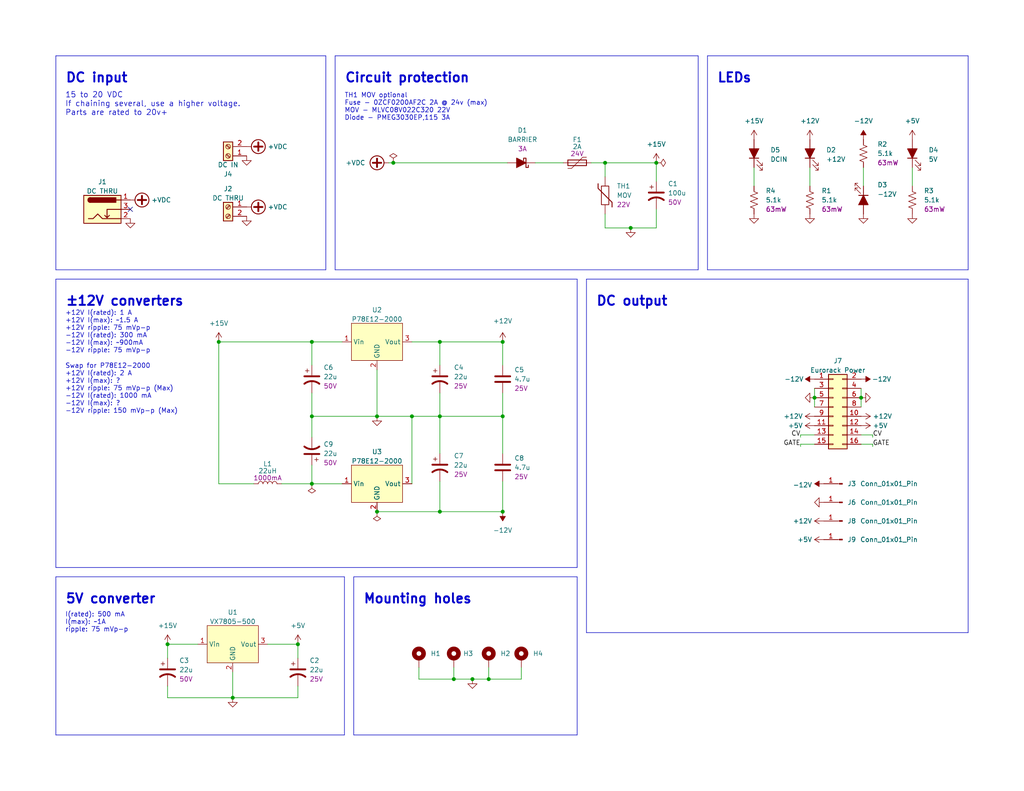
<source format=kicad_sch>
(kicad_sch (version 20230121) (generator eeschema)
  (paper "USLetter")
  (title_block (title "Cornucopia") (date "2024-02-02") (rev "v1") (company "Divergent Waves") (comment 1 "Alethea Flowers, Tom Carlson") (comment 2 "CERN-OHL-P V2"))
  (lib_symbols
    (symbol "Connector:Barrel_Jack_Switch" (pin_names hide)
      (property "Reference" "J" (at 0 5.334 0))
      (property "Value" "Barrel_Jack_Switch" (at 0 -5.08 0))
      (symbol "Barrel_Jack_Switch_0_1"
        (rectangle (start -5.08 3.81) (end 5.08 -3.81) (stroke (width 0.254)) (fill (type background)))
        (arc (start -3.302 3.175) (mid -3.9343 2.54) (end -3.302 1.905) (stroke (width 0.254)))
        (arc (start -3.302 3.175) (mid -3.9343 2.54) (end -3.302 1.905) (stroke (width 0.254)) (fill (type outline)))
        (polyline (pts (xy 1.27 -2.286) (xy 1.905 -1.651)) (stroke (width 0.254)))
        (polyline (pts (xy 5.08 2.54) (xy 3.81 2.54)) (stroke (width 0.254)))
        (polyline (pts (xy 5.08 0) (xy 1.27 0) (xy 1.27 -2.286) (xy 0.635 -1.651)) (stroke (width 0.254)))
        (polyline (pts (xy -3.81 -2.54) (xy -2.54 -2.54) (xy -1.27 -1.27) (xy 0 -2.54) (xy 2.54 -2.54) (xy 5.08 -2.54)) (stroke (width 0.254)))
        (rectangle (start 3.683 3.175) (end -3.302 1.905) (stroke (width 0.254)) (fill (type outline)))
      )
      (symbol "Barrel_Jack_Switch_1_1"
        (pin passive line (at 7.62 2.54 180) (length 2.54) (name "~") (number "1"))
        (pin passive line (at 7.62 -2.54 180) (length 2.54) (name "~") (number "2"))
        (pin passive line (at 7.62 0 180) (length 2.54) (name "~") (number "3"))
      )
    )
    (symbol "Connector:Conn_01x01_Pin" (pin_names (offset 1.016) hide)
      (property "Reference" "J" (at 0 2.54 0))
      (property "Value" "Conn_01x01_Pin" (at 0 -2.54 0))
      (symbol "Conn_01x01_Pin_1_1"
        (polyline (pts (xy 1.27 0) (xy 0.8636 0)) (stroke (width 0.1524)))
        (rectangle (start 0.8636 0.127) (end 0 -0.127) (stroke (width 0.1524)) (fill (type outline)))
        (pin passive line (at 5.08 0 180) (length 3.81) (name "Pin_1") (number "1"))
      )
    )
    (symbol "Connector:Screw_Terminal_01x02" (pin_names (offset 1.016) hide)
      (property "Reference" "J" (at 0 2.54 0))
      (property "Value" "Screw_Terminal_01x02" (at 0 -5.08 0))
      (symbol "Screw_Terminal_01x02_1_1"
        (rectangle (start -1.27 1.27) (end 1.27 -3.81) (stroke (width 0.254)) (fill (type background)))
        (circle (center 0 -2.54) (radius 0.635) (stroke (width 0.1524)))
        (polyline (pts (xy -0.5334 -2.2098) (xy 0.3302 -3.048)) (stroke (width 0.1524)))
        (polyline (pts (xy -0.5334 0.3302) (xy 0.3302 -0.508)) (stroke (width 0.1524)))
        (polyline (pts (xy -0.3556 -2.032) (xy 0.508 -2.8702)) (stroke (width 0.1524)))
        (polyline (pts (xy -0.3556 0.508) (xy 0.508 -0.3302)) (stroke (width 0.1524)))
        (circle (center 0 0) (radius 0.635) (stroke (width 0.1524)))
        (pin passive line (at -5.08 0 0) (length 3.81) (name "Pin_1") (number "1"))
        (pin passive line (at -5.08 -2.54 0) (length 3.81) (name "Pin_2") (number "2"))
      )
    )
    (symbol "Connector_Generic:Conn_02x08_Odd_Even" (pin_names (offset 1.016) hide)
      (property "Reference" "J" (at 1.27 10.16 0))
      (property "Value" "Conn_02x08_Odd_Even" (at 1.27 -12.7 0))
      (symbol "Conn_02x08_Odd_Even_1_1"
        (rectangle (start -1.27 -10.033) (end 0 -10.287) (stroke (width 0.1524)))
        (rectangle (start -1.27 -7.493) (end 0 -7.747) (stroke (width 0.1524)))
        (rectangle (start -1.27 -4.953) (end 0 -5.207) (stroke (width 0.1524)))
        (rectangle (start -1.27 -2.413) (end 0 -2.667) (stroke (width 0.1524)))
        (rectangle (start -1.27 0.127) (end 0 -0.127) (stroke (width 0.1524)))
        (rectangle (start -1.27 2.667) (end 0 2.413) (stroke (width 0.1524)))
        (rectangle (start -1.27 5.207) (end 0 4.953) (stroke (width 0.1524)))
        (rectangle (start -1.27 7.747) (end 0 7.493) (stroke (width 0.1524)))
        (rectangle (start -1.27 8.89) (end 3.81 -11.43) (stroke (width 0.254)) (fill (type background)))
        (rectangle (start 3.81 -10.033) (end 2.54 -10.287) (stroke (width 0.1524)))
        (rectangle (start 3.81 -7.493) (end 2.54 -7.747) (stroke (width 0.1524)))
        (rectangle (start 3.81 -4.953) (end 2.54 -5.207) (stroke (width 0.1524)))
        (rectangle (start 3.81 -2.413) (end 2.54 -2.667) (stroke (width 0.1524)))
        (rectangle (start 3.81 0.127) (end 2.54 -0.127) (stroke (width 0.1524)))
        (rectangle (start 3.81 2.667) (end 2.54 2.413) (stroke (width 0.1524)))
        (rectangle (start 3.81 5.207) (end 2.54 4.953) (stroke (width 0.1524)))
        (rectangle (start 3.81 7.747) (end 2.54 7.493) (stroke (width 0.1524)))
        (pin passive line (at -5.08 7.62 0) (length 3.81) (name "Pin_1") (number "1"))
        (pin passive line (at 7.62 -2.54 180) (length 3.81) (name "Pin_10") (number "10"))
        (pin passive line (at -5.08 -5.08 0) (length 3.81) (name "Pin_11") (number "11"))
        (pin passive line (at 7.62 -5.08 180) (length 3.81) (name "Pin_12") (number "12"))
        (pin passive line (at -5.08 -7.62 0) (length 3.81) (name "Pin_13") (number "13"))
        (pin passive line (at 7.62 -7.62 180) (length 3.81) (name "Pin_14") (number "14"))
        (pin passive line (at -5.08 -10.16 0) (length 3.81) (name "Pin_15") (number "15"))
        (pin passive line (at 7.62 -10.16 180) (length 3.81) (name "Pin_16") (number "16"))
        (pin passive line (at 7.62 7.62 180) (length 3.81) (name "Pin_2") (number "2"))
        (pin passive line (at -5.08 5.08 0) (length 3.81) (name "Pin_3") (number "3"))
        (pin passive line (at 7.62 5.08 180) (length 3.81) (name "Pin_4") (number "4"))
        (pin passive line (at -5.08 2.54 0) (length 3.81) (name "Pin_5") (number "5"))
        (pin passive line (at 7.62 2.54 180) (length 3.81) (name "Pin_6") (number "6"))
        (pin passive line (at -5.08 0 0) (length 3.81) (name "Pin_7") (number "7"))
        (pin passive line (at 7.62 0 180) (length 3.81) (name "Pin_8") (number "8"))
        (pin passive line (at -5.08 -2.54 0) (length 3.81) (name "Pin_9") (number "9"))
      )
    )
    (symbol "Device:C" (pin_numbers hide) (pin_names (offset 0.254))
      (property "Reference" "C" (at 0.635 2.54 0))
      (property "Value" "C" (at 0.635 -2.54 0))
      (symbol "C_0_1"
        (polyline (pts (xy -2.032 -0.762) (xy 2.032 -0.762)) (stroke (width 0.508)))
        (polyline (pts (xy -2.032 0.762) (xy 2.032 0.762)) (stroke (width 0.508)))
      )
      (symbol "C_1_1"
        (pin passive line (at 0 3.81 270) (length 2.794) (name "~") (number "1"))
        (pin passive line (at 0 -3.81 90) (length 2.794) (name "~") (number "2"))
      )
    )
    (symbol "Device:C_Polarized_US" (pin_numbers hide) (pin_names (offset 0.254) hide)
      (property "Reference" "C" (at 0.635 2.54 0))
      (property "Value" "C_Polarized_US" (at 0.635 -2.54 0))
      (symbol "C_Polarized_US_0_1"
        (polyline (pts (xy -2.032 0.762) (xy 2.032 0.762)) (stroke (width 0.508)))
        (polyline (pts (xy -1.778 2.286) (xy -0.762 2.286)))
        (polyline (pts (xy -1.27 1.778) (xy -1.27 2.794)))
        (arc (start 2.032 -1.27) (mid 0 -0.5572) (end -2.032 -1.27) (stroke (width 0.508)))
      )
      (symbol "C_Polarized_US_1_1"
        (pin passive line (at 0 3.81 270) (length 2.794) (name "~") (number "1"))
        (pin passive line (at 0 -3.81 90) (length 3.302) (name "~") (number "2"))
      )
    )
    (symbol "Device:D_Schottky_Filled" (pin_numbers hide) (pin_names (offset 1.016) hide)
      (property "Reference" "D" (at 0 2.54 0))
      (property "Value" "D_Schottky_Filled" (at 0 -2.54 0))
      (symbol "D_Schottky_Filled_0_1"
        (polyline (pts (xy 1.27 0) (xy -1.27 0)))
        (polyline (pts (xy 1.27 1.27) (xy 1.27 -1.27) (xy -1.27 0) (xy 1.27 1.27)) (stroke (width 0.254)) (fill (type outline)))
        (polyline (pts (xy -1.905 0.635) (xy -1.905 1.27) (xy -1.27 1.27) (xy -1.27 -1.27) (xy -0.635 -1.27) (xy -0.635 -0.635)) (stroke (width 0.254)))
      )
      (symbol "D_Schottky_Filled_1_1"
        (pin passive line (at -3.81 0 0) (length 2.54) (name "K") (number "1"))
        (pin passive line (at 3.81 0 180) (length 2.54) (name "A") (number "2"))
      )
    )
    (symbol "Device:L" (pin_numbers hide) (pin_names (offset 1.016) hide)
      (property "Reference" "L" (at -1.27 0 90))
      (property "Value" "L" (at 1.905 0 90))
      (symbol "L_0_1"
        (arc (start 0 -2.54) (mid 0.6323 -1.905) (end 0 -1.27))
        (arc (start 0 -1.27) (mid 0.6323 -0.635) (end 0 0))
        (arc (start 0 0) (mid 0.6323 0.635) (end 0 1.27))
        (arc (start 0 1.27) (mid 0.6323 1.905) (end 0 2.54))
      )
      (symbol "L_1_1"
        (pin passive line (at 0 3.81 270) (length 1.27) (name "1") (number "1"))
        (pin passive line (at 0 -3.81 90) (length 1.27) (name "2") (number "2"))
      )
    )
    (symbol "Device:LED_Filled" (pin_numbers hide) (pin_names (offset 1.016) hide)
      (property "Reference" "D" (at 0 2.54 0))
      (property "Value" "LED_Filled" (at 0 -2.54 0))
      (symbol "LED_Filled_0_1"
        (polyline (pts (xy -1.27 -1.27) (xy -1.27 1.27)) (stroke (width 0.254)))
        (polyline (pts (xy -1.27 0) (xy 1.27 0)))
        (polyline (pts (xy 1.27 -1.27) (xy 1.27 1.27) (xy -1.27 0) (xy 1.27 -1.27)) (stroke (width 0.254)) (fill (type outline)))
        (polyline (pts (xy -3.048 -0.762) (xy -4.572 -2.286) (xy -3.81 -2.286) (xy -4.572 -2.286) (xy -4.572 -1.524)))
        (polyline (pts (xy -1.778 -0.762) (xy -3.302 -2.286) (xy -2.54 -2.286) (xy -3.302 -2.286) (xy -3.302 -1.524)))
      )
      (symbol "LED_Filled_1_1"
        (pin passive line (at -3.81 0 0) (length 2.54) (name "K") (number "1"))
        (pin passive line (at 3.81 0 180) (length 2.54) (name "A") (number "2"))
      )
    )
    (symbol "Device:Polyfuse" (pin_numbers hide) (pin_names (offset 0))
      (property "Reference" "F" (at -2.54 0 90))
      (property "Value" "Polyfuse" (at 2.54 0 90))
      (symbol "Polyfuse_0_1"
        (rectangle (start -0.762 2.54) (end 0.762 -2.54) (stroke (width 0.254)))
        (polyline (pts (xy 0 2.54) (xy 0 -2.54)))
        (polyline (pts (xy -1.524 2.54) (xy -1.524 1.524) (xy 1.524 -1.524) (xy 1.524 -2.54)))
      )
      (symbol "Polyfuse_1_1"
        (pin passive line (at 0 3.81 270) (length 1.27) (name "~") (number "1"))
        (pin passive line (at 0 -3.81 90) (length 1.27) (name "~") (number "2"))
      )
    )
    (symbol "Device:R_US" (pin_numbers hide) (pin_names (offset 0))
      (property "Reference" "R" (at 2.54 0 90))
      (property "Value" "R_US" (at -2.54 0 90))
      (symbol "R_US_0_1"
        (polyline (pts (xy 0 -2.286) (xy 0 -2.54)))
        (polyline (pts (xy 0 2.286) (xy 0 2.54)))
        (polyline (pts (xy 0 -0.762) (xy 1.016 -1.143) (xy 0 -1.524) (xy -1.016 -1.905) (xy 0 -2.286)))
        (polyline (pts (xy 0 0.762) (xy 1.016 0.381) (xy 0 0) (xy -1.016 -0.381) (xy 0 -0.762)))
        (polyline (pts (xy 0 2.286) (xy 1.016 1.905) (xy 0 1.524) (xy -1.016 1.143) (xy 0 0.762)))
      )
      (symbol "R_US_1_1"
        (pin passive line (at 0 3.81 270) (length 1.27) (name "~") (number "1"))
        (pin passive line (at 0 -3.81 90) (length 1.27) (name "~") (number "2"))
      )
    )
    (symbol "Device:Thermistor" (pin_numbers hide) (pin_names (offset 0))
      (property "Reference" "TH" (at 2.54 1.27 90))
      (property "Value" "Thermistor" (at -2.54 0 90))
      (symbol "Thermistor_0_1"
        (rectangle (start -1.016 2.54) (end 1.016 -2.54) (stroke (width 0.2032)))
        (polyline (pts (xy -1.905 3.175) (xy -1.905 1.905) (xy 1.905 -1.905) (xy 1.905 -3.175) (xy 1.905 -3.175)) (stroke (width 0.254)))
      )
      (symbol "Thermistor_1_1"
        (pin passive line (at 0 5.08 270) (length 2.54) (name "~") (number "1"))
        (pin passive line (at 0 -5.08 90) (length 2.54) (name "~") (number "2"))
      )
    )
    (symbol "Mechanical:MountingHole_Pad" (pin_numbers hide) (pin_names (offset 1.016) hide)
      (property "Reference" "H" (at 0 6.35 0))
      (property "Value" "MountingHole_Pad" (at 0 4.445 0))
      (symbol "MountingHole_Pad_0_1"
        (circle (center 0 1.27) (radius 1.27) (stroke (width 1.27)))
      )
      (symbol "MountingHole_Pad_1_1"
        (pin input line (at 0 -2.54 90) (length 2.54) (name "1") (number "1"))
      )
    )
    (symbol "power:+12V" (power) (pin_names (offset 0))
      (property "Value" "+12V" (at 0 3.556 0))
      (symbol "+12V_0_1"
        (polyline (pts (xy -0.762 1.27) (xy 0 2.54)))
        (polyline (pts (xy 0 0) (xy 0 2.54)))
        (polyline (pts (xy 0 2.54) (xy 0.762 1.27)))
      )
      (symbol "+12V_1_1"
        (pin power_in line (at 0 0 90) (length 0) hide (name "+12V") (number "1"))
      )
    )
    (symbol "power:+15V" (power) (pin_names (offset 0))
      (property "Value" "+15V" (at 0 3.556 0))
      (symbol "+15V_0_1"
        (polyline (pts (xy -0.762 1.27) (xy 0 2.54)))
        (polyline (pts (xy 0 0) (xy 0 2.54)))
        (polyline (pts (xy 0 2.54) (xy 0.762 1.27)))
      )
      (symbol "+15V_1_1"
        (pin power_in line (at 0 0 90) (length 0) hide (name "+15V") (number "1"))
      )
    )
    (symbol "power:+5V" (power) (pin_names (offset 0))
      (property "Value" "+5V" (at 0 3.556 0))
      (symbol "+5V_0_1"
        (polyline (pts (xy -0.762 1.27) (xy 0 2.54)))
        (polyline (pts (xy 0 0) (xy 0 2.54)))
        (polyline (pts (xy 0 2.54) (xy 0.762 1.27)))
      )
      (symbol "+5V_1_1"
        (pin power_in line (at 0 0 90) (length 0) hide (name "+5V") (number "1"))
      )
    )
    (symbol "power:+VDC" (power) (pin_names (offset 0))
      (property "Value" "+VDC" (at 0 6.35 0))
      (symbol "+VDC_0_1"
        (polyline (pts (xy -1.143 3.175) (xy 1.143 3.175)) (stroke (width 0.508)))
        (polyline (pts (xy 0 0) (xy 0 1.27)))
        (polyline (pts (xy 0 2.032) (xy 0 4.318)) (stroke (width 0.508)))
        (circle (center 0 3.175) (radius 1.905) (stroke (width 0.254)))
      )
      (symbol "+VDC_1_1"
        (pin power_in line (at 0 0 90) (length 0) hide (name "+VDC") (number "1"))
      )
    )
    (symbol "power:-12V" (power) (pin_names (offset 0))
      (property "Value" "-12V" (at 0 3.81 0))
      (symbol "-12V_0_0"
        (pin power_in line (at 0 0 90) (length 0) hide (name "-12V") (number "1"))
      )
      (symbol "-12V_0_1"
        (polyline (pts (xy 0 0) (xy 0 1.27) (xy 0.762 1.27) (xy 0 2.54) (xy -0.762 1.27) (xy 0 1.27)) (fill (type outline)))
      )
    )
    (symbol "power:GND" (power) (pin_names (offset 0))
      (property "Value" "GND" (at 0 -3.81 0))
      (symbol "GND_0_1"
        (polyline (pts (xy 0 0) (xy 0 -1.27) (xy 1.27 -1.27) (xy 0 -2.54) (xy -1.27 -1.27) (xy 0 -1.27)))
      )
      (symbol "GND_1_1"
        (pin power_in line (at 0 0 270) (length 0) hide (name "GND") (number "1"))
      )
    )
    (symbol "power:PWR_FLAG" (power) (pin_numbers hide) (pin_names (offset 0) hide)
      (property "Value" "PWR_FLAG" (at 0 3.81 0))
      (symbol "PWR_FLAG_0_0"
        (pin power_out line (at 0 0 90) (length 0) (name "pwr") (number "1"))
      )
      (symbol "PWR_FLAG_0_1"
        (polyline (pts (xy 0 0) (xy 0 1.27) (xy -1.016 1.905) (xy 0 2.54) (xy 1.016 1.905) (xy 0 1.27)))
      )
    )
    (symbol "winterbloom:P78E-1000"
      (property "Reference" "U" (at 6.985 -6.35 0))
      (property "Value" "P78E-1000" (at 0 6.35 0))
      (symbol "P78E-1000_0_0"
        (pin power_in line (at -9.525 0 0) (length 2.54) (name "Vin") (number "1"))
        (pin power_in line (at 0 -7.62 90) (length 2.54) (name "GND") (number "2"))
        (pin power_out line (at 9.525 0 180) (length 2.54) (name "Vout") (number "3"))
      )
      (symbol "P78E-1000_0_1"
        (rectangle (start 6.985 -5.08) (end -6.985 5.08) (stroke (width 0.1524)) (fill (type background)))
      )
    )
    (symbol "winterbloom:VX7805-500"
      (property "Reference" "U" (at 6.985 -6.35 0))
      (property "Value" "VX7805-500" (at 0 6.35 0))
      (symbol "VX7805-500_0_0"
        (pin power_in line (at -9.525 0 0) (length 2.54) (name "Vin") (number "1"))
        (pin power_in line (at 0 -7.62 90) (length 2.54) (name "GND") (number "2"))
        (pin power_out line (at 9.525 0 180) (length 2.54) (name "Vout") (number "3"))
      )
      (symbol "VX7805-500_0_1"
        (rectangle (start 6.985 -5.08) (end -6.985 5.08) (stroke (width 0.1524)) (fill (type background)))
      )
    )
  )
  (junction (at 133.35 185.42))
  (junction (at 137.16 139.7))
  (junction (at 123.825 185.42))
  (junction (at 120.015 139.7))
  (junction (at 137.16 93.345))
  (junction (at 137.16 113.665))
  (junction (at 120.015 113.665))
  (junction (at 179.07 44.45))
  (junction (at 59.69 93.345))
  (junction (at 128.905 185.42))
  (junction (at 85.09 113.665))
  (junction (at 85.09 93.345))
  (junction (at 102.87 113.665))
  (junction (at 45.72 175.895))
  (junction (at 234.95 108.585))
  (junction (at 102.87 139.7))
  (junction (at 165.1 44.45))
  (junction (at 112.395 113.665))
  (junction (at 63.5 190.5))
  (junction (at 107.315 44.45))
  (junction (at 222.25 108.585))
  (junction (at 120.015 93.345))
  (junction (at 85.09 132.08))
  (junction (at 172.085 62.23))
  (junction (at 81.28 175.895))
  (no_connect (at 35.56 57.15))
  (wire (pts (xy 123.825 182.245) (xy 123.825 185.42)))
  (wire (pts (xy 102.87 139.7) (xy 120.015 139.7)))
  (polyline (pts (xy 157.48 157.48) (xy 157.48 200.66)))
  (polyline (pts (xy 157.48 200.66) (xy 96.52 200.66)))
  (polyline (pts (xy 264.16 76.2) (xy 264.16 172.72)))
  (wire (pts (xy 120.015 113.665) (xy 137.16 113.665)))
  (wire (pts (xy 234.95 118.745) (xy 238.125 118.745)))
  (polyline (pts (xy 15.24 157.48) (xy 93.98 157.48)))
  (wire (pts (xy 146.05 44.45) (xy 153.67 44.45)))
  (wire (pts (xy 220.98 50.8) (xy 220.98 45.72)))
  (wire (pts (xy 172.085 62.23) (xy 165.1 62.23)))
  (wire (pts (xy 112.395 93.345) (xy 120.015 93.345)))
  (wire (pts (xy 73.025 175.895) (xy 81.28 175.895)))
  (wire (pts (xy 45.72 179.705) (xy 45.72 175.895)))
  (polyline (pts (xy 190.5 15.24) (xy 190.5 73.66)))
  (wire (pts (xy 248.92 50.8) (xy 248.92 45.72)))
  (wire (pts (xy 165.1 44.45) (xy 165.1 48.26)))
  (wire (pts (xy 112.395 113.665) (xy 102.87 113.665)))
  (polyline (pts (xy 193.04 15.24) (xy 193.04 73.66)))
  (wire (pts (xy 59.69 93.345) (xy 85.09 93.345)))
  (wire (pts (xy 59.69 93.345) (xy 59.69 132.08)))
  (polyline (pts (xy 264.16 15.24) (xy 264.16 73.66)))
  (wire (pts (xy 120.015 93.345) (xy 120.015 99.695)))
  (wire (pts (xy 93.345 93.345) (xy 85.09 93.345)))
  (polyline (pts (xy 193.04 15.24) (xy 264.16 15.24)))
  (polyline (pts (xy 193.04 73.66) (xy 264.16 73.66)))
  (wire (pts (xy 218.44 121.285) (xy 222.25 121.285)))
  (wire (pts (xy 218.44 121.92) (xy 218.44 121.285)))
  (wire (pts (xy 137.16 139.7) (xy 137.16 131.445)))
  (wire (pts (xy 165.1 62.23) (xy 165.1 58.42)))
  (polyline (pts (xy 93.98 157.48) (xy 93.98 200.66)))
  (wire (pts (xy 235.585 50.8) (xy 235.585 45.72)))
  (polyline (pts (xy 264.16 172.72) (xy 160.02 172.72)))
  (polyline (pts (xy 15.24 76.2) (xy 15.24 154.94)))
  (polyline (pts (xy 96.52 157.48) (xy 157.48 157.48)))
  (polyline (pts (xy 157.48 154.94) (xy 15.24 154.94)))
  (wire (pts (xy 137.16 107.315) (xy 137.16 113.665)))
  (wire (pts (xy 172.085 62.23) (xy 179.07 62.23)))
  (wire (pts (xy 120.015 131.445) (xy 120.015 139.7)))
  (wire (pts (xy 128.905 185.42) (xy 133.35 185.42)))
  (wire (pts (xy 112.395 113.665) (xy 112.395 132.08)))
  (wire (pts (xy 85.09 132.08) (xy 93.345 132.08)))
  (polyline (pts (xy 190.5 73.66) (xy 91.44 73.66)))
  (wire (pts (xy 137.16 113.665) (xy 137.16 123.825)))
  (wire (pts (xy 218.44 118.745) (xy 222.25 118.745)))
  (wire (pts (xy 76.835 132.08) (xy 85.09 132.08)))
  (wire (pts (xy 63.5 183.515) (xy 63.5 190.5)))
  (wire (pts (xy 106.045 44.45) (xy 107.315 44.45)))
  (wire (pts (xy 81.28 175.895) (xy 81.28 179.705)))
  (wire (pts (xy 120.015 139.7) (xy 137.16 139.7)))
  (wire (pts (xy 165.1 44.45) (xy 179.07 44.45)))
  (polyline (pts (xy 91.44 15.24) (xy 91.44 73.66)))
  (wire (pts (xy 238.125 118.745) (xy 238.125 119.38)))
  (polyline (pts (xy 15.24 15.24) (xy 88.9 15.24)))
  (wire (pts (xy 120.015 113.665) (xy 120.015 123.825)))
  (wire (pts (xy 222.25 108.585) (xy 222.25 111.125)))
  (polyline (pts (xy 88.9 73.66) (xy 15.24 73.66)))
  (wire (pts (xy 142.24 185.42) (xy 142.24 182.245)))
  (wire (pts (xy 222.25 106.045) (xy 222.25 108.585)))
  (wire (pts (xy 81.28 190.5) (xy 63.5 190.5)))
  (wire (pts (xy 234.95 121.285) (xy 238.125 121.285)))
  (wire (pts (xy 85.09 113.665) (xy 85.09 119.38)))
  (wire (pts (xy 137.16 93.345) (xy 137.16 99.695)))
  (wire (pts (xy 161.29 44.45) (xy 165.1 44.45)))
  (wire (pts (xy 123.825 185.42) (xy 114.3 185.42)))
  (polyline (pts (xy 93.98 200.66) (xy 15.24 200.66)))
  (polyline (pts (xy 160.02 76.2) (xy 264.16 76.2)))
  (wire (pts (xy 81.28 187.325) (xy 81.28 190.5)))
  (wire (pts (xy 85.09 93.345) (xy 85.09 99.695)))
  (polyline (pts (xy 160.02 76.2) (xy 160.02 172.72)))
  (wire (pts (xy 85.09 127) (xy 85.09 132.08)))
  (wire (pts (xy 238.125 121.285) (xy 238.125 121.92)))
  (wire (pts (xy 133.35 182.245) (xy 133.35 185.42)))
  (wire (pts (xy 102.87 100.965) (xy 102.87 113.665)))
  (wire (pts (xy 120.015 113.665) (xy 112.395 113.665)))
  (wire (pts (xy 85.09 107.315) (xy 85.09 113.665)))
  (wire (pts (xy 107.315 44.45) (xy 138.43 44.45)))
  (wire (pts (xy 234.95 108.585) (xy 234.95 111.125)))
  (wire (pts (xy 179.07 57.15) (xy 179.07 62.23)))
  (polyline (pts (xy 96.52 157.48) (xy 96.52 200.66)))
  (wire (pts (xy 205.74 50.8) (xy 205.74 45.72)))
  (wire (pts (xy 234.95 106.045) (xy 234.95 108.585)))
  (wire (pts (xy 133.35 185.42) (xy 142.24 185.42)))
  (polyline (pts (xy 88.9 15.24) (xy 88.9 73.66)))
  (wire (pts (xy 45.72 175.895) (xy 53.975 175.895)))
  (wire (pts (xy 45.72 190.5) (xy 63.5 190.5)))
  (polyline (pts (xy 15.24 76.2) (xy 157.48 76.2)))
  (wire (pts (xy 114.3 185.42) (xy 114.3 182.245)))
  (wire (pts (xy 69.215 132.08) (xy 59.69 132.08)))
  (polyline (pts (xy 91.44 15.24) (xy 190.5 15.24)))
  (wire (pts (xy 45.72 187.325) (xy 45.72 190.5)))
  (polyline (pts (xy 15.24 15.24) (xy 15.24 73.66)))
  (wire (pts (xy 102.87 113.665) (xy 85.09 113.665)))
  (wire (pts (xy 120.015 93.345) (xy 137.16 93.345)))
  (wire (pts (xy 120.015 107.315) (xy 120.015 113.665)))
  (polyline (pts (xy 157.48 76.2) (xy 157.48 154.94)))
  (wire (pts (xy 128.905 185.42) (xy 123.825 185.42)))
  (wire (pts (xy 218.44 119.38) (xy 218.44 118.745)))
  (wire (pts (xy 179.07 49.53) (xy 179.07 44.45)))
  (polyline (pts (xy 15.24 157.48) (xy 15.24 200.66)))
  (text "DC output" (at 162.56 83.82 0) (effects (font (size 2.54 2.54) (thickness 0.508) bold) (justify left bottom)))
  (text "I(rated): 500 mA\nI(max): ~1A\nripple: 75 mVp-p" (at 17.78 172.72 0) (effects (font (size 1.27 1.27)) (justify left bottom)))
  (text "5V converter" (at 17.78 165.1 0) (effects (font (size 2.54 2.54) (thickness 0.508) bold) (justify left bottom)))
  (text "±12V converters" (at 17.78 83.82 0) (effects (font (size 2.54 2.54) (thickness 0.508) bold) (justify left bottom)))
  (text "TH1 MOV optional\nFuse - 0ZCF0200AF2C 2A @ 24v (max)\nMOV - MLVC08V022C320 22V\nDiode - PMEG3030EP,115 3A" (at 93.98 33.02 0) (effects (font (size 1.27 1.27)) (justify left bottom)))
  (text "15 to 20 VDC\nIf chaining several, use a higher voltage.\nParts are rated to 20v+" (at 17.78 31.75 0) (effects (font (size 1.5 1.5)) (justify left bottom)))
  (text "DC input" (at 17.78 22.86 0) (effects (font (size 2.54 2.54) (thickness 0.508) bold) (justify left bottom)))
  (text "Swap for P78E12-2000\n+12V I(rated): 2 A\n+12V I(max): ?\n+12V ripple: 75 mVp-p (Max)\n-12V I(rated): 1000 mA\n-12V I(max): ?\n-12V ripple: 150 mVp-p (Max)" (at 17.78 113.03 0) (effects (font (size 1.27 1.27)) (justify left bottom)))
  (text "Mounting holes" (at 99.06 165.1 0) (effects (font (size 2.54 2.54) (thickness 0.508) bold) (justify left bottom)))
  (text "+12V I(rated): 1 A\n+12V I(max): ~1.5 A\n+12V ripple: 75 mVp-p\n-12V I(rated): 300 mA\n-12V I(max): ~900mA\n-12V ripple: 75 mVp-p" (at 17.78 96.52 0) (effects (font (size 1.27 1.27)) (justify left bottom)))
  (text "LEDs" (at 195.58 22.86 0) (effects (font (size 2.54 2.54) (thickness 0.508) bold) (justify left bottom)))
  (text "Circuit protection" (at 93.98 22.86 0) (effects (font (size 2.54 2.54) (thickness 0.508) bold) (justify left bottom)))
  (label "GATE" (at 238.125 121.92 0))
  (label "CV" (at 238.125 119.38 0))
  (label "CV" (at 218.44 119.38 180))
  (label "GATE" (at 218.44 121.92 180))
  (symbol (lib_id "Device:C") (at 137.16 127.635 0) (unit 1)
    (property "Reference" "C8" (at 140.335 125.0949 0) (effects (justify left)))
    (property "Value" "4.7u" (at 140.335 127.6349 0) (effects (justify left)))
    (property "Footprint" "winterbloom:C_0805_HandSolder" (effects hide))
    (property "Rating" "25V" (at 140.335 130.1749 0) (effects (justify left)))
  )
  (symbol (lib_id "power:+VDC") (at 67.31 40.0304 270) (unit 1)
    (property "Reference" "#PWR0121" (effects hide))
    (property "Value" "+VDC" (at 73.025 40.0304 90) (effects (justify left)))
  )
  (symbol (lib_id "power:GND") (at 35.56 59.69 0) (unit 1)
    (property "Reference" "#PWR0124" (effects hide))
    (property "Value" "GND" (effects hide))
  )
  (symbol (lib_id "Mechanical:MountingHole_Pad") (at 142.24 179.705 0) (unit 1)
    (property "Reference" "H4" (at 145.415 178.4349 0) (effects (justify left)))
    (property "Value" "GND" (effects hide))
    (property "Footprint" "MountingHole:MountingHole_3mm_Pad" (effects hide))
  )
  (symbol (lib_id "Mechanical:MountingHole_Pad") (at 133.35 179.705 0) (unit 1)
    (property "Reference" "H2" (at 136.525 178.4349 0) (effects (justify left)))
    (property "Value" "GND" (effects hide))
    (property "Footprint" "MountingHole:MountingHole_3mm_Pad" (effects hide))
  )
  (symbol (lib_id "Device:LED_Filled") (at 235.585 54.61 270) (unit 1)
    (property "Reference" "D3" (at 239.395 50.4824 90) (effects (justify left)))
    (property "Value" "-12V" (at 239.395 53.0224 90) (effects (justify left)))
    (property "Footprint" "winterbloom:LED_0805_Kingbright_APT2012" (effects hide))
    (property "mpn" "APT2012EC" (effects hide))
    (property "Rating" "Red" (effects hide))
  )
  (symbol (lib_id "Device:LED_Filled") (at 248.92 41.91 90) (unit 1)
    (property "Reference" "D4" (at 253.365 40.9574 90) (effects (justify right)))
    (property "Value" "5V" (at 253.365 43.4974 90) (effects (justify right)))
    (property "Footprint" "winterbloom:LED_0805_Kingbright_APT2012" (effects hide))
    (property "mpn" "APT2012EC" (effects hide))
    (property "Rating" "Red" (effects hide))
  )
  (symbol (lib_id "winterbloom:VX7805-500") (at 63.5 175.895 0) (unit 1)
    (property "Reference" "U1" (at 63.5 167.166 0))
    (property "Value" "VX7805-500" (at 63.5 169.7029 0))
    (property "Footprint" "winterbloom:Converter_DCDC_CUI_VX78-500_THT" (effects hide))
    (property "Datasheet" "https://www.mouser.com/datasheet/2/670/vx78_500-1774570.pdf" (effects hide))
    (property "mpn" "VX7805-500" (effects hide))
  )
  (symbol (lib_id "Device:R_US") (at 205.74 54.61 0) (unit 1)
    (property "Reference" "R4" (at 208.915 52.0699 0) (effects (justify left)))
    (property "Value" "5.1k" (at 208.915 54.6099 0) (effects (justify left)))
    (property "Footprint" "winterbloom:R_0603_HandSolder" (effects hide))
    (property "mpn" "AC0603FR-075K1L" (effects hide))
    (property "Rating" "63mW" (at 208.915 57.1499 0) (effects (justify left)))
  )
  (symbol (lib_id "power:+5V") (at 234.95 116.205 270) (unit 1)
    (property "Reference" "#PWR09" (effects hide))
    (property "Value" "+5V" (at 238.125 116.205 90) (effects (justify left)))
  )
  (symbol (lib_id "Device:C_Polarized_US") (at 179.07 53.34 0) (unit 1)
    (property "Reference" "C1" (at 182.245 50.1649 0) (effects (justify left)))
    (property "Value" "100u" (at 182.245 52.7049 0) (effects (justify left)))
    (property "Footprint" "Capacitor_SMD:CP_Elec_8x10.5" (effects hide))
    (property "mpn" "865060653010" (effects hide))
    (property "Rating" "50V" (at 182.245 55.2449 0) (effects (justify left)))
  )
  (symbol (lib_id "Connector:Conn_01x01_Pin") (at 229.87 137.16 180) (unit 1)
    (property "Reference" "J6" (at 232.41 137.16 0))
    (property "Value" "Conn_01x01_Pin" (at 242.57 137.16 0))
    (property "Footprint" "Divergent:FASTON-928814-1" (effects hide))
  )
  (symbol (lib_id "winterbloom:P78E-1000") (at 102.87 93.345 0) (unit 1)
    (property "Reference" "U2" (at 102.87 84.616 0))
    (property "Value" "P78E12-2000" (at 102.87 87.1529 0))
    (property "Footprint" "winterbloom:Converter_DCDC_CUI_P78E-1000_THT" (effects hide))
    (property "Datasheet" "https://www.mouser.co.uk/ProductDetail/CUI-Inc/P7812-2000-S?qs=GBLSl2AkirtBaQz9OLeFBg%3D%3D" (effects hide))
    (property "mpn" "P7812-2000-S" (effects hide))
  )
  (symbol (lib_id "Device:C_Polarized_US") (at 120.015 127.635 0) (unit 1)
    (property "Reference" "C7" (at 123.825 124.4599 0) (effects (justify left)))
    (property "Value" "22u" (at 123.825 126.9999 0) (effects (justify left)))
    (property "Footprint" "winterbloom:C_0805_HandSolder" (effects hide))
    (property "Rating" "25V" (at 125.73 129.54 0))
  )
  (symbol (lib_id "power:GND") (at 172.085 62.23 0) (unit 1)
    (property "Reference" "#PWR0119" (effects hide))
    (property "Value" "GND" (effects hide))
  )
  (symbol (lib_id "Mechanical:MountingHole_Pad") (at 123.825 179.705 0) (unit 1)
    (property "Reference" "H3" (at 126.365 178.4349 0) (effects (justify left)))
    (property "Value" "GND" (effects hide))
    (property "Footprint" "MountingHole:MountingHole_3mm_Pad" (effects hide))
  )
  (symbol (lib_id "power:PWR_FLAG") (at 102.87 139.7 180) (unit 1)
    (property "Reference" "#FLG0102" (effects hide))
    (property "Value" "PWR_FLAG" (effects hide))
  )
  (symbol (lib_id "power:GND") (at 102.87 113.665 0) (unit 1)
    (property "Reference" "#PWR0134" (effects hide))
    (property "Value" "GND" (effects hide))
  )
  (symbol (lib_id "Device:LED_Filled") (at 205.74 41.91 90) (unit 1)
    (property "Reference" "D5" (at 210.185 40.9574 90) (effects (justify right)))
    (property "Value" "DCIN" (at 210.185 43.4974 90) (effects (justify right)))
    (property "Footprint" "winterbloom:LED_0805_Kingbright_APT2012" (effects hide))
    (property "mpn" "APT2012EC" (effects hide))
    (property "Rating" "Red" (effects hide))
  )
  (symbol (lib_id "Device:LED_Filled") (at 220.98 41.91 90) (unit 1)
    (property "Reference" "D2" (at 225.425 40.9574 90) (effects (justify right)))
    (property "Value" "+12V" (at 225.425 43.4974 90) (effects (justify right)))
    (property "Footprint" "winterbloom:LED_0805_Kingbright_APT2012" (effects hide))
    (property "mpn" "APT2012EC" (effects hide))
    (property "Rating" "Red" (effects hide))
  )
  (symbol (lib_id "power:+5V") (at 248.92 38.1 0) (unit 1)
    (property "Reference" "#PWR0103" (effects hide))
    (property "Value" "+5V" (at 248.92 33.02 0))
  )
  (symbol (lib_id "Connector:Screw_Terminal_01x02") (at 62.23 42.5704 180) (unit 1)
    (property "Reference" "J4" (at 62.23 47.5402 0))
    (property "Value" "DC IN" (at 62.23 45.0033 0))
    (property "Footprint" "winterbloom:TerminalBlock_4UCON_1x02_P3.50mm_Horizontal" (effects hide))
    (property "mpn" "20020327-C021B01LF" (effects hide))
  )
  (symbol (lib_id "power:GND") (at 235.585 58.42 0) (unit 1)
    (property "Reference" "#PWR0105" (effects hide))
    (property "Value" "GND" (effects hide))
  )
  (symbol (lib_id "power:+5V") (at 224.79 147.32 90) (unit 1)
    (property "Reference" "#PWR012" (effects hide))
    (property "Value" "+5V" (at 221.615 147.32 90) (effects (justify left)))
  )
  (symbol (lib_id "power:PWR_FLAG") (at 85.09 132.08 180) (unit 1)
    (property "Reference" "#FLG0104" (effects hide))
    (property "Value" "PWR_FLAG" (effects hide))
  )
  (symbol (lib_id "Mechanical:MountingHole_Pad") (at 114.3 179.705 0) (unit 1)
    (property "Reference" "H1" (at 117.475 178.4349 0) (effects (justify left)))
    (property "Value" "GND" (effects hide))
    (property "Footprint" "MountingHole:MountingHole_3mm_Pad" (effects hide))
  )
  (symbol (lib_id "power:+15V") (at 59.69 93.345 0) (unit 1)
    (property "Reference" "#PWR0135" (effects hide))
    (property "Value" "+15V" (at 59.69 88.265 0))
  )
  (symbol (lib_id "Device:C_Polarized_US") (at 85.09 103.505 0) (unit 1)
    (property "Reference" "C6" (at 88.265 100.3299 0) (effects (justify left)))
    (property "Value" "22u" (at 88.265 102.8699 0) (effects (justify left)))
    (property "Footprint" "winterbloom:C_1206_HandSolder" (effects hide))
    (property "Rating" "50V" (at 88.265 105.4099 0) (effects (justify left)))
  )
  (symbol (lib_id "power:+VDC") (at 35.56 54.61 270) (unit 1)
    (property "Reference" "#PWR0129" (effects hide))
    (property "Value" "+VDC" (at 41.275 54.61 90) (effects (justify left)))
  )
  (symbol (lib_id "Device:L") (at 73.025 132.08 90) (unit 1)
    (property "Reference" "L1" (at 73.025 126.6437 90))
    (property "Value" "22uH" (at 73.025 128.5647 90))
    (property "Footprint" "Inductor_SMD:L_1210_3225Metric_Pad1.42x2.65mm_HandSolder" (effects hide))
    (property "Datasheet" "https://www.mouser.co.uk/ProductDetail/TDK/BCL322515RT-220M-D?qs=T94vaHKWudSt7x2UyYzcVA%3D%3D" (effects hide))
    (property "mpn" "BCL322515RT-220M-D" (effects hide))
    (property "Rating" "1000mA" (at 73.025 130.4857 90))
  )
  (symbol (lib_id "power:+12V") (at 224.79 142.24 90) (unit 1)
    (property "Reference" "#PWR011" (effects hide))
    (property "Value" "+12V" (at 221.615 142.24 90) (effects (justify left)))
  )
  (symbol (lib_id "Device:Thermistor") (at 165.1 53.34 0) (unit 1)
    (property "Reference" "TH1" (at 168.275 50.7999 0) (effects (justify left)))
    (property "Value" "MOV" (at 168.275 53.3399 0) (effects (justify left)))
    (property "Footprint" "winterbloom:R_0805_HandSolder" (effects hide))
    (property "Datasheet" "https://www.mouser.com/datasheet/2/87/eaton_mlvc_general_type_multilayer_varistor_esd_su-1994298.pdf" (effects hide))
    (property "mpn" "MLVC08V022C320" (effects hide))
    (property "Rating" "22V" (at 168.275 55.8799 0) (effects (justify left)))
  )
  (symbol (lib_id "Connector:Conn_01x01_Pin") (at 229.87 147.32 180) (unit 1)
    (property "Reference" "J9" (at 232.41 147.32 0))
    (property "Value" "Conn_01x01_Pin" (at 242.57 147.32 0))
    (property "Footprint" "Divergent:FASTON-928814-1" (effects hide))
  )
  (symbol (lib_id "power:GND") (at 67.31 59.055 0) (unit 1)
    (property "Reference" "#PWR0128" (effects hide))
    (property "Value" "GND" (effects hide))
  )
  (symbol (lib_id "Device:C_Polarized_US") (at 45.72 183.515 0) (unit 1)
    (property "Reference" "C3" (at 48.895 180.3399 0) (effects (justify left)))
    (property "Value" "22u" (at 48.895 182.8799 0) (effects (justify left)))
    (property "Footprint" "winterbloom:C_1206_HandSolder" (effects hide))
    (property "Rating" "50V" (at 48.895 185.4199 0) (effects (justify left)))
  )
  (symbol (lib_id "power:+12V") (at 220.98 38.1 0) (unit 1)
    (property "Reference" "#PWR0102" (effects hide))
    (property "Value" "+12V" (at 220.98 33.02 0))
  )
  (symbol (lib_id "Device:C") (at 137.16 103.505 0) (unit 1)
    (property "Reference" "C5" (at 140.335 100.9649 0) (effects (justify left)))
    (property "Value" "4.7u" (at 140.335 103.5049 0) (effects (justify left)))
    (property "Footprint" "winterbloom:C_0805_HandSolder" (effects hide))
    (property "Rating" "25V" (at 140.335 106.0449 0) (effects (justify left)))
  )
  (symbol (lib_id "power:GND") (at 222.25 108.585 270) (unit 1)
    (property "Reference" "#PWR03" (effects hide))
    (property "Value" "GND" (effects hide))
  )
  (symbol (lib_id "power:-12V") (at 137.16 139.7 180) (unit 1)
    (property "Reference" "#PWR0101" (effects hide))
    (property "Value" "-12V" (at 137.16 144.78 0))
  )
  (symbol (lib_id "Device:Polyfuse") (at 157.48 44.45 90) (unit 1)
    (property "Reference" "F1" (at 157.48 38.1221 90))
    (property "Value" "2A" (at 157.48 40.0431 90))
    (property "Footprint" "Fuse:Fuse_2920_7451Metric" (effects hide))
    (property "Datasheet" "https://www.mouser.com/datasheet/2/643/ds_CP_0zcg_series-1960332.pdf" (effects hide))
    (property "mpn" "0ZCF0200AF2C" (effects hide))
    (property "Rating" "24V" (at 157.48 41.9641 90))
  )
  (symbol (lib_id "power:PWR_FLAG") (at 107.315 44.45 0) (unit 1)
    (property "Reference" "#FLG0103" (effects hide))
    (property "Value" "PWR_FLAG" (effects hide))
  )
  (symbol (lib_id "power:GND") (at 67.31 42.5704 0) (unit 1)
    (property "Reference" "#PWR0120" (effects hide))
    (property "Value" "GND" (effects hide))
  )
  (symbol (lib_id "Device:D_Schottky_Filled") (at 142.24 44.45 180) (unit 1)
    (property "Reference" "D1" (at 142.5575 35.56 0))
    (property "Value" "BARRIER" (at 142.5575 38.1 0))
    (property "Footprint" "Diode_SMD:D_SOD-128" (effects hide))
    (property "Datasheet" "https://www.mouser.com/datasheet/2/916/PMEG3030EP-2938808.pdf" (effects hide))
    (property "mpn" "PMEG3030EP,115" (effects hide))
    (property "Rating" "3A" (at 142.5575 40.64 0))
  )
  (symbol (lib_id "Connector:Conn_01x01_Pin") (at 229.87 142.24 180) (unit 1)
    (property "Reference" "J8" (at 232.41 142.24 0))
    (property "Value" "Conn_01x01_Pin" (at 242.57 142.24 0))
    (property "Footprint" "Divergent:FASTON-928814-1" (effects hide))
  )
  (symbol (lib_id "power:GND") (at 205.74 58.42 0) (unit 1)
    (property "Reference" "#PWR01" (effects hide))
    (property "Value" "GND" (effects hide))
  )
  (symbol (lib_id "power:GND") (at 63.5 190.5 0) (unit 1)
    (property "Reference" "#PWR0117" (effects hide))
    (property "Value" "GND" (effects hide))
  )
  (symbol (lib_id "Device:C_Polarized_US") (at 85.09 123.19 180) (unit 1)
    (property "Reference" "C9" (at 88.265 121.2849 0) (effects (justify right)))
    (property "Value" "22u" (at 88.265 123.8249 0) (effects (justify right)))
    (property "Footprint" "winterbloom:C_1206_HandSolder" (effects hide))
    (property "Rating" "50V" (at 88.265 126.3649 0) (effects (justify right)))
  )
  (symbol (lib_id "power:-12V") (at 235.585 38.1 0) (unit 1)
    (property "Reference" "#PWR0104" (effects hide))
    (property "Value" "-12V" (at 235.585 33.02 0))
  )
  (symbol (lib_id "power:GND") (at 248.92 58.42 0) (unit 1)
    (property "Reference" "#PWR0107" (effects hide))
    (property "Value" "GND" (effects hide))
  )
  (symbol (lib_id "power:+VDC") (at 106.045 44.45 90) (unit 1)
    (property "Reference" "#PWR0131" (effects hide))
    (property "Value" "+VDC" (at 99.695 44.45 90) (effects (justify left)))
  )
  (symbol (lib_id "power:-12V") (at 222.25 103.505 90) (unit 1)
    (property "Reference" "#PWR02" (effects hide))
    (property "Value" "-12V" (at 213.995 103.505 90) (effects (justify right)))
  )
  (symbol (lib_id "Device:C_Polarized_US") (at 81.28 183.515 0) (unit 1)
    (property "Reference" "C2" (at 84.455 180.3399 0) (effects (justify left)))
    (property "Value" "22u" (at 84.455 182.8799 0) (effects (justify left)))
    (property "Footprint" "winterbloom:C_0805_HandSolder" (effects hide))
    (property "Rating" "25V" (at 84.455 185.4199 0) (effects (justify left)))
  )
  (symbol (lib_id "Connector:Screw_Terminal_01x02") (at 62.23 56.515 0) (mirror y) (unit 1)
    (property "Reference" "J2" (at 62.23 51.5452 0))
    (property "Value" "DC THRU" (at 62.23 54.0821 0))
    (property "Footprint" "winterbloom:TerminalBlock_4UCON_1x02_P3.50mm_Horizontal" (effects hide))
    (property "mpn" "20020327-C021B01LF" (effects hide))
  )
  (symbol (lib_id "Connector:Barrel_Jack_Switch") (at 27.94 57.15 0) (unit 1)
    (property "Reference" "J1" (at 27.94 49.6402 0))
    (property "Value" "DC THRU" (at 27.94 52.1771 0))
    (property "Footprint" "winterbloom:BarrelJack_CUI_PJ-102AH_Horizontal" (effects hide))
    (property "mpn" "PJ-102A" (effects hide))
  )
  (symbol (lib_id "Device:R_US") (at 248.92 54.61 0) (unit 1)
    (property "Reference" "R3" (at 252.095 52.0699 0) (effects (justify left)))
    (property "Value" "5.1k" (at 252.095 54.6099 0) (effects (justify left)))
    (property "Footprint" "winterbloom:R_0603_HandSolder" (effects hide))
    (property "mpn" "AC0603FR-075K1L" (effects hide))
    (property "Rating" "63mW" (at 252.095 57.1499 0) (effects (justify left)))
  )
  (symbol (lib_id "power:+12V") (at 222.25 113.665 90) (unit 1)
    (property "Reference" "#PWR04" (effects hide))
    (property "Value" "+12V" (at 219.075 113.665 90) (effects (justify left)))
  )
  (symbol (lib_id "power:PWR_FLAG") (at 179.07 44.45 270) (unit 1)
    (property "Reference" "#FLG0101" (effects hide))
    (property "Value" "PWR_FLAG" (effects hide))
  )
  (symbol (lib_id "power:GND") (at 224.79 137.16 270) (unit 1)
    (property "Reference" "#PWR014" (effects hide))
    (property "Value" "GND" (effects hide))
  )
  (symbol (lib_id "winterbloom:P78E-1000") (at 102.87 132.08 0) (unit 1)
    (property "Reference" "U3" (at 102.87 123.351 0))
    (property "Value" "P78E12-2000" (at 102.87 125.8879 0))
    (property "Footprint" "winterbloom:Converter_DCDC_CUI_P78E-1000_THT" (effects hide))
    (property "Datasheet" "https://www.mouser.co.uk/ProductDetail/CUI-Inc/P7812-2000-S?qs=GBLSl2AkirtBaQz9OLeFBg%3D%3D" (effects hide))
    (property "mpn" "P7812-2000-S" (effects hide))
  )
  (symbol (lib_id "Device:R_US") (at 235.585 41.91 0) (unit 1)
    (property "Reference" "R2" (at 239.395 39.3699 0) (effects (justify left)))
    (property "Value" "5.1k" (at 239.395 41.9099 0) (effects (justify left)))
    (property "Footprint" "winterbloom:R_0603_HandSolder" (effects hide))
    (property "mpn" "AC0603FR-075K1L" (effects hide))
    (property "Rating" "63mW" (at 239.395 44.4499 0) (effects (justify left)))
  )
  (symbol (lib_id "power:GND") (at 128.905 185.42 0) (unit 1)
    (property "Reference" "#PWR0133" (effects hide))
    (property "Value" "GND" (effects hide))
  )
  (symbol (lib_id "power:+15V") (at 179.07 44.45 0) (unit 1)
    (property "Reference" "#PWR0137" (effects hide))
    (property "Value" "+15V" (at 179.07 39.37 0))
  )
  (symbol (lib_id "Connector:Conn_01x01_Pin") (at 229.87 132.08 180) (unit 1)
    (property "Reference" "J3" (at 232.41 132.08 0))
    (property "Value" "Conn_01x01_Pin" (at 242.57 132.08 0))
    (property "Footprint" "Divergent:FASTON-928814-1" (effects hide))
  )
  (symbol (lib_id "Device:R_US") (at 220.98 54.61 0) (unit 1)
    (property "Reference" "R1" (at 224.155 52.0699 0) (effects (justify left)))
    (property "Value" "5.1k" (at 224.155 54.6099 0) (effects (justify left)))
    (property "Footprint" "winterbloom:R_0603_HandSolder" (effects hide))
    (property "mpn" "AC0603FR-075K1L" (effects hide))
    (property "Rating" "63mW" (at 224.155 57.1499 0) (effects (justify left)))
  )
  (symbol (lib_id "power:+15V") (at 45.72 175.895 0) (unit 1)
    (property "Reference" "#PWR0136" (effects hide))
    (property "Value" "+15V" (at 45.72 170.815 0))
  )
  (symbol (lib_id "power:GND") (at 220.98 58.42 0) (unit 1)
    (property "Reference" "#PWR0106" (effects hide))
    (property "Value" "GND" (effects hide))
  )
  (symbol (lib_id "power:+12V") (at 137.16 93.345 0) (unit 1)
    (property "Reference" "#PWR0108" (effects hide))
    (property "Value" "+12V" (at 137.16 87.63 0))
  )
  (symbol (lib_id "Device:C_Polarized_US") (at 120.015 103.505 0) (unit 1)
    (property "Reference" "C4" (at 123.825 100.3299 0) (effects (justify left)))
    (property "Value" "22u" (at 123.825 102.8699 0) (effects (justify left)))
    (property "Footprint" "winterbloom:C_0805_HandSolder" (effects hide))
    (property "Rating" "25V" (at 123.825 105.4099 0) (effects (justify left)))
  )
  (symbol (lib_id "power:-12V") (at 224.79 132.08 90) (unit 1)
    (property "Reference" "#PWR010" (effects hide))
    (property "Value" "-12V" (at 221.615 132.3968 90) (effects (justify left)))
  )
  (symbol (lib_id "power:GND") (at 234.95 108.585 90) (unit 1)
    (property "Reference" "#PWR07" (effects hide))
    (property "Value" "GND" (effects hide))
  )
  (symbol (lib_id "power:+VDC") (at 67.31 56.515 270) (unit 1)
    (property "Reference" "#PWR0122" (effects hide))
    (property "Value" "+VDC" (at 73.025 56.515 90) (effects (justify left)))
  )
  (symbol (lib_id "power:+12V") (at 234.95 113.665 270) (unit 1)
    (property "Reference" "#PWR08" (effects hide))
    (property "Value" "+12V" (at 238.125 113.665 90) (effects (justify left)))
  )
  (symbol (lib_id "power:+15V") (at 205.74 38.1 0) (unit 1)
    (property "Reference" "#PWR0138" (effects hide))
    (property "Value" "+15V" (at 205.74 33.02 0))
  )
  (symbol (lib_id "power:+5V") (at 222.25 116.205 90) (unit 1)
    (property "Reference" "#PWR05" (effects hide))
    (property "Value" "+5V" (at 219.075 116.205 90) (effects (justify left)))
  )
  (symbol (lib_id "Connector_Generic:Conn_02x08_Odd_Even") (at 227.33 111.125 0) (unit 1)
    (property "Reference" "J7" (at 228.6 98.5352 0))
    (property "Value" "Eurorack Power" (at 228.6 101.0721 0))
    (property "Footprint" "winterbloom:Eurorack_Power_2x8_Shrouded_Lock" (effects hide))
    (property "mpn" "61201621621" (effects hide))
  )
  (symbol (lib_id "power:-12V") (at 234.95 103.505 270) (unit 1)
    (property "Reference" "#PWR06" (effects hide))
    (property "Value" "-12V" (at 243.205 103.505 90) (effects (justify right)))
  )
  (symbol (lib_id "power:+5V") (at 81.28 175.895 0) (unit 1)
    (property "Reference" "#PWR0118" (effects hide))
    (property "Value" "+5V" (at 81.28 170.815 0))
  )
)
</source>
